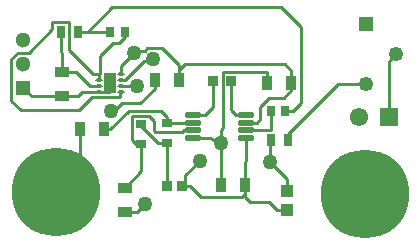
<source format=gbr>
G04*
G04 #@! TF.GenerationSoftware,Altium Limited,Altium Designer,25.3.3 (18)*
G04*
G04 Layer_Physical_Order=1*
G04 Layer_Color=255*
%FSLAX44Y44*%
%MOMM*%
G71*
G04*
G04 #@! TF.SameCoordinates,BFC568DA-C1B5-42DE-8167-96A376B3F609*
G04*
G04*
G04 #@! TF.FilePolarity,Positive*
G04*
G01*
G75*
%ADD13C,0.2540*%
%ADD15R,0.8549X0.9062*%
%ADD16R,0.9562X1.2062*%
%ADD17R,1.2062X0.9562*%
%ADD18R,0.9300X0.7900*%
%ADD19R,0.7500X1.0000*%
G04:AMPARAMS|DCode=20|XSize=0.45mm|YSize=1.35mm|CornerRadius=0.0495mm|HoleSize=0mm|Usage=FLASHONLY|Rotation=90.000|XOffset=0mm|YOffset=0mm|HoleType=Round|Shape=RoundedRectangle|*
%AMROUNDEDRECTD20*
21,1,0.4500,1.2510,0,0,90.0*
21,1,0.3510,1.3500,0,0,90.0*
1,1,0.0990,0.6255,0.1755*
1,1,0.0990,0.6255,-0.1755*
1,1,0.0990,-0.6255,-0.1755*
1,1,0.0990,-0.6255,0.1755*
%
%ADD20ROUNDEDRECTD20*%
%ADD21R,0.8587X0.9121*%
%ADD22R,0.6061X0.2568*%
G04:AMPARAMS|DCode=23|XSize=0.6061mm|YSize=0.2568mm|CornerRadius=0.1284mm|HoleSize=0mm|Usage=FLASHONLY|Rotation=0.000|XOffset=0mm|YOffset=0mm|HoleType=Round|Shape=RoundedRectangle|*
%AMROUNDEDRECTD23*
21,1,0.6061,0.0000,0,0,0.0*
21,1,0.3492,0.2568,0,0,0.0*
1,1,0.2568,0.1746,0.0000*
1,1,0.2568,-0.1746,0.0000*
1,1,0.2568,-0.1746,0.0000*
1,1,0.2568,0.1746,0.0000*
%
%ADD23ROUNDEDRECTD23*%
%ADD24R,0.7000X0.8500*%
%ADD25R,1.0621X1.1350*%
%ADD26R,0.7587X0.8121*%
%ADD29R,1.0000X1.7000*%
%ADD31C,7.5000*%
%ADD32R,1.3000X1.3000*%
%ADD33C,1.3000*%
%ADD39R,1.5500X1.5500*%
%ADD40C,1.5500*%
%ADD41C,1.2500*%
%ADD42R,1.2500X1.2500*%
%ADD43C,1.2700*%
D13*
X488858Y1129030D02*
X495717Y1135888D01*
X510868D01*
X486410Y1129030D02*
X488858D01*
X458724Y1130046D02*
X469900Y1141222D01*
X409702Y1130046D02*
X458724D01*
X469900Y1141222D02*
X493776D01*
X514516Y1180504D02*
X516890Y1182878D01*
X507404Y1180504D02*
X514516D01*
X494672Y1167360D02*
X505460Y1178148D01*
Y1178560D01*
X507404Y1180504D01*
X516890Y1182878D02*
X529082D01*
X494672Y1160660D02*
Y1167360D01*
X494677Y1155665D02*
X497845D01*
X513716Y1171536D02*
X520026D01*
X497845Y1155665D02*
X513716Y1171536D01*
X520026D02*
X521970Y1173480D01*
X494672Y1155660D02*
X494677Y1155665D01*
X529082Y1182878D02*
X543560Y1168400D01*
X487680Y1186942D02*
X492760D01*
X476504Y1175766D02*
X487680Y1186942D01*
X492760D02*
X497840Y1192022D01*
Y1196340D01*
X543560Y1163828D02*
Y1168400D01*
X476504Y1160660D02*
Y1175766D01*
X579030Y1113028D02*
X580644Y1114642D01*
Y1162039D02*
X618400D01*
X580644Y1114642D02*
Y1162039D01*
X621030Y1085850D02*
X635000Y1071880D01*
X621090Y1085910D02*
Y1104838D01*
X621150Y1104899D01*
X635000Y1061518D02*
Y1071880D01*
X621030Y1085850D02*
X621090Y1085910D01*
X507965Y1150655D02*
X508000Y1150620D01*
X494672Y1150660D02*
X494677Y1150655D01*
X507965D01*
X523060Y1148080D02*
Y1155700D01*
X510868Y1135888D02*
X523060Y1148080D01*
X533400Y1084005D02*
Y1102470D01*
X533587Y1065530D02*
Y1083818D01*
X533400Y1084005D02*
X533587Y1083818D01*
X549104Y1068534D02*
Y1074884D01*
X561340Y1087120D01*
X546100Y1065530D02*
X549104Y1068534D01*
X579030Y1102083D02*
Y1113028D01*
X475611Y1145660D02*
X485141D01*
X466344Y1196340D02*
X485306D01*
X458349D02*
X466344D01*
X493776Y1141222D02*
Y1145660D01*
X543560Y1155700D02*
Y1163828D01*
X599530Y1056640D02*
Y1058852D01*
X418923Y1141730D02*
X444500D01*
X411480Y1149173D02*
X418923Y1141730D01*
X579030Y1066800D02*
Y1102083D01*
X569729Y1106581D02*
X579030Y1102083D01*
X555600Y1106581D02*
X569729D01*
X497840Y1043940D02*
X508000D01*
X514604Y1050544D01*
X475611Y1160660D02*
X476504D01*
X511810Y1078410D02*
Y1101780D01*
X497840Y1064440D02*
X511810Y1078410D01*
X636151Y1104899D02*
Y1109980D01*
X678061Y1151890D01*
X702310D01*
X721360Y1123950D02*
Y1170940D01*
X727710Y1177290D01*
X466344Y1196340D02*
X487172Y1217168D01*
X629920D01*
X646938Y1200150D01*
Y1135888D02*
Y1200150D01*
X640080Y1129030D02*
X646938Y1135888D01*
X633131Y1129030D02*
X640080D01*
X600100Y1119581D02*
X609600D01*
X612648Y1122629D01*
Y1133094D01*
X619760Y1140206D01*
X632157D01*
X638900Y1146949D01*
Y1153160D01*
X546100Y1065530D02*
X553048D01*
X562356Y1056222D01*
X596900D01*
X599530Y1058852D01*
Y1066800D01*
X525899Y1102470D02*
X533400D01*
X511810Y1116560D02*
X525899Y1102470D01*
X511810Y1116560D02*
Y1118180D01*
X548185Y1113081D02*
X555600D01*
X546354Y1111250D02*
X548185Y1113081D01*
X523226Y1111250D02*
X546354D01*
X522309Y1112167D02*
X523226Y1111250D01*
X522309Y1112167D02*
Y1121029D01*
X518160Y1125178D02*
X522309Y1121029D01*
X503936Y1125178D02*
X518160D01*
X503936Y1104900D02*
Y1125178D01*
Y1104900D02*
X507056Y1101780D01*
X511810D01*
X638900Y1153160D02*
Y1163320D01*
X633312Y1168908D02*
X638900Y1163320D01*
X548640Y1168908D02*
X633312D01*
X543560Y1163828D02*
X548640Y1168908D01*
X600100Y1113081D02*
X621430D01*
X621631Y1113282D01*
Y1129030D01*
X618400Y1153160D02*
Y1162039D01*
X555600Y1126081D02*
X565717D01*
X572476Y1132840D01*
Y1154430D01*
X588010Y1129891D02*
Y1154430D01*
Y1129891D02*
X591820Y1126081D01*
X600100D01*
X461892Y1145660D02*
X475611D01*
X457962Y1141730D02*
X461892Y1145660D01*
X444500Y1141730D02*
X457962D01*
X485141Y1145660D02*
Y1153160D01*
X493776Y1145660D02*
X494672D01*
X401828Y1137920D02*
X409702Y1130046D01*
X401828Y1137920D02*
Y1173480D01*
X407162Y1178814D01*
X416560D01*
X436551Y1198805D01*
Y1204389D01*
X450342D01*
Y1180980D02*
Y1204389D01*
Y1180980D02*
X470662Y1160660D01*
X475611D01*
X444500Y1162230D02*
X456806D01*
X468376Y1150660D01*
X475611D01*
X480240Y1113790D02*
X485597D01*
X501303Y1129496D01*
X528320D01*
X533400Y1124416D01*
Y1118870D02*
Y1124416D01*
X626618Y1045210D02*
X635000D01*
X619760Y1052068D02*
X626618Y1045210D01*
X604102Y1052068D02*
X619760D01*
X599530Y1056640D02*
X604102Y1052068D01*
X459740Y1080770D02*
Y1113790D01*
X439420Y1060450D02*
X459740Y1080770D01*
X475611Y1155660D02*
Y1160660D01*
X544779Y1119581D02*
X555600D01*
X544068Y1118870D02*
X544779Y1119581D01*
X533400Y1118870D02*
X544068D01*
X443349Y1179711D02*
Y1196340D01*
Y1179711D02*
X444500Y1178560D01*
Y1162230D02*
Y1178560D01*
X600100Y1086928D02*
Y1106581D01*
X599530Y1086358D02*
X600100Y1086928D01*
X599530Y1066800D02*
Y1086358D01*
D15*
X546100Y1065530D02*
D03*
X533587D02*
D03*
D16*
X579030Y1066800D02*
D03*
X599530D02*
D03*
X523060Y1155700D02*
D03*
X543560D02*
D03*
X459740Y1113790D02*
D03*
X480240D02*
D03*
X638900Y1153160D02*
D03*
X618400D02*
D03*
D17*
X444500Y1141730D02*
D03*
Y1162230D02*
D03*
X497840Y1043940D02*
D03*
Y1064440D02*
D03*
D18*
X533400Y1118870D02*
D03*
Y1102470D02*
D03*
X511810Y1118180D02*
D03*
Y1101780D02*
D03*
D19*
X621150Y1104899D02*
D03*
X636151D02*
D03*
X458349Y1196340D02*
D03*
X443349D02*
D03*
D20*
X600100Y1106581D02*
D03*
Y1113081D02*
D03*
Y1119581D02*
D03*
X555600Y1106581D02*
D03*
Y1113081D02*
D03*
Y1119581D02*
D03*
Y1126081D02*
D03*
X600100D02*
D03*
D21*
X588010Y1154430D02*
D03*
X572476D02*
D03*
D22*
X475611Y1160660D02*
D03*
D23*
Y1155660D02*
D03*
Y1150660D02*
D03*
Y1145660D02*
D03*
X494672D02*
D03*
Y1150660D02*
D03*
Y1155660D02*
D03*
Y1160660D02*
D03*
D24*
X621631Y1129030D02*
D03*
X633131D02*
D03*
D25*
X635000Y1045210D02*
D03*
Y1061518D02*
D03*
D26*
X485306Y1196340D02*
D03*
X497840D02*
D03*
D29*
X485141Y1153160D02*
D03*
D31*
X701040Y1059180D02*
D03*
X439420Y1060450D02*
D03*
D32*
X411480Y1149173D02*
D03*
D33*
Y1169173D02*
D03*
Y1189173D02*
D03*
D39*
X721360Y1123950D02*
D03*
D40*
X695960D02*
D03*
D41*
X702310Y1151890D02*
D03*
X727710Y1177290D02*
D03*
D42*
X702310Y1202690D02*
D03*
D43*
X486410Y1129030D02*
D03*
X505460Y1178560D02*
D03*
X521970Y1173480D02*
D03*
X621030Y1085850D02*
D03*
X508000Y1150620D02*
D03*
X561340Y1087120D02*
D03*
X579030Y1102083D02*
D03*
X514604Y1050544D02*
D03*
M02*

</source>
